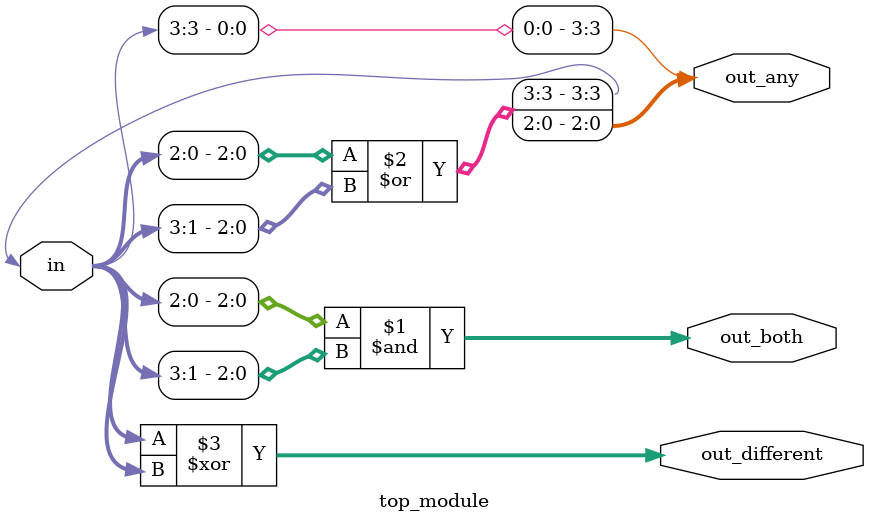
<source format=sv>
module top_module (
	input [3:0] in,
	output [2:0] out_both,
	output [3:0] out_any,
	output [3:0] out_different
);

assign out_both = in[2:0] & in[3:1];
assign out_any = in[2:0] | in[3:1];
assign out_any[3] = in[3];

assign out_different = in ^ {in[3:1], in[0]};

endmodule

</source>
